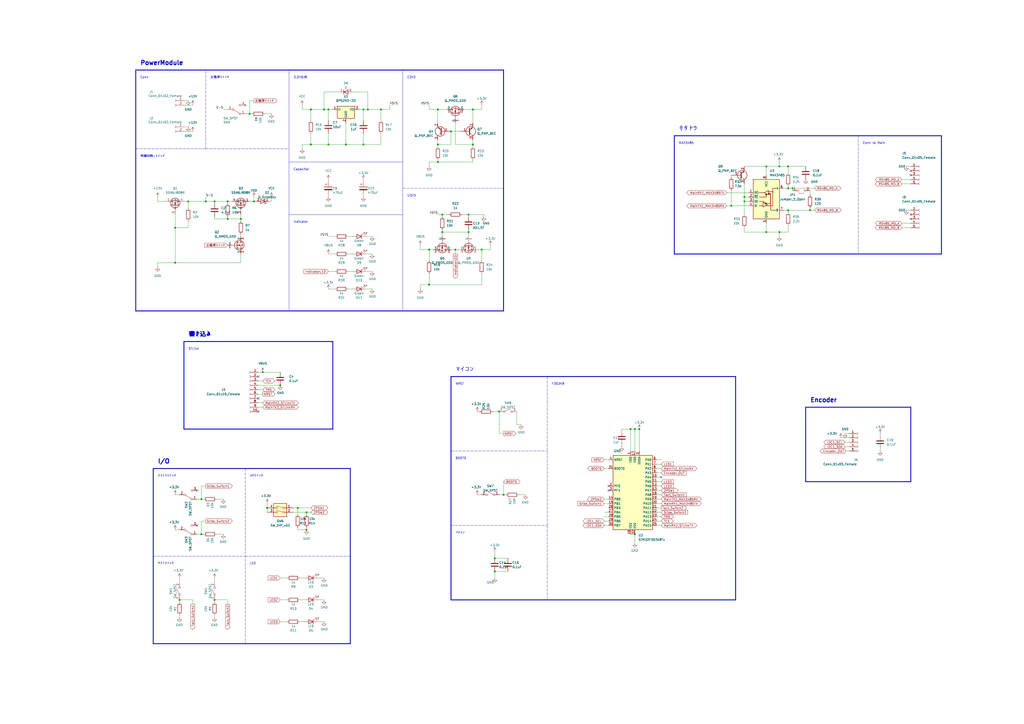
<source format=kicad_sch>
(kicad_sch (version 20211123) (generator eeschema)
  (paper "A2")
  (junction (at 132.08 127))
  (junction (at 180.34 63.5))
  (junction (at 132.08 116.84))
  (junction (at 116.84 309.88))
  (junction (at 248.92 144.78))
  (junction (at 124.46 347.98))
  (junction (at 139.7 127))
  (junction (at 256.54 134.62))
  (junction (at 370.84 248.92))
  (junction (at 162.56 223.52))
  (junction (at 177.8 307.34))
  (junction (at 152.4 215.9))
  (junction (at 116.84 289.56))
  (junction (at 200.66 83.82))
  (junction (at 104.14 347.98))
  (junction (at 180.34 83.82))
  (junction (at 271.78 134.62))
  (junction (at 172.72 294.64))
  (junction (at 368.3 248.92))
  (junction (at 213.36 63.5))
  (junction (at 444.5 96.52))
  (junction (at 190.5 63.5))
  (junction (at 287.02 323.85))
  (junction (at 457.2 109.22))
  (junction (at 287.02 331.47))
  (junction (at 220.98 63.5))
  (junction (at 264.16 144.78))
  (junction (at 274.32 83.82))
  (junction (at 289.56 238.76))
  (junction (at 190.5 83.82))
  (junction (at 365.76 248.92))
  (junction (at 292.1 287.02))
  (junction (at 254 83.82))
  (junction (at 210.82 63.5))
  (junction (at 119.38 116.84))
  (junction (at 368.3 309.88))
  (junction (at 124.46 116.84))
  (junction (at 457.2 121.92))
  (junction (at 101.6 152.4))
  (junction (at 469.9 121.92))
  (junction (at 248.92 165.1))
  (junction (at 254 93.98))
  (junction (at 279.4 144.78))
  (junction (at 187.96 63.5))
  (junction (at 109.22 116.84))
  (junction (at 452.12 96.52))
  (junction (at 457.2 96.52))
  (junction (at 424.18 119.38))
  (junction (at 154.94 294.64))
  (junction (at 452.12 134.62))
  (junction (at 261.62 76.2))
  (junction (at 256.54 124.46))
  (junction (at 271.78 124.46))
  (junction (at 147.32 116.84))
  (junction (at 274.32 63.5))
  (junction (at 254 63.5))
  (junction (at 210.82 83.82))
  (junction (at 144.78 66.04))
  (junction (at 431.8 114.3))
  (junction (at 431.8 116.84))
  (junction (at 444.5 134.62))
  (junction (at 101.6 132.08))
  (junction (at 177.8 297.18))
  (junction (at 459.74 109.22))
  (no_connect (at 149.86 231.14))
  (no_connect (at 353.06 281.94))
  (no_connect (at 114.3 284.48))
  (no_connect (at 383.54 276.86))
  (no_connect (at 528.32 127))
  (no_connect (at 528.32 99.06))
  (no_connect (at 142.24 60.96))
  (no_connect (at 149.86 238.76))
  (no_connect (at 149.86 218.44))
  (no_connect (at 353.06 284.48))
  (no_connect (at 114.3 304.8))
  (no_connect (at 528.32 124.46))
  (no_connect (at 528.32 101.6))
  (polyline (pts (xy 426.72 347.98) (xy 426.72 218.44)) (stroke (width 0.5) (type solid)))
  (wire (pts (xy 184.15 360.68) (xy 187.96 360.68)))
  (wire (pts (xy 124.46 127) (xy 132.08 127)))
  (wire (pts (xy 190.5 63.5) (xy 193.04 63.5)))
  (wire (pts (xy 431.8 96.52) (xy 444.5 96.52)))
  (wire (pts (xy 210.82 83.82) (xy 220.98 83.82)))
  (polyline (pts (xy 119.38 86.36) (xy 119.38 40.64)))
  (wire (pts (xy 261.62 144.78) (xy 264.16 144.78)))
  (wire (pts (xy 204.47 53.34) (xy 213.36 53.34)))
  (polyline (pts (xy 142.24 271.78) (xy 142.24 373.38)))
  (wire (pts (xy 190.5 147.32) (xy 194.31 147.32)))
  (wire (pts (xy 190.5 63.5) (xy 190.5 69.85)))
  (wire (pts (xy 124.46 347.98) (xy 124.46 349.25)))
  (wire (pts (xy 190.5 77.47) (xy 190.5 83.82)))
  (wire (pts (xy 125.73 309.88) (xy 129.54 309.88)))
  (wire (pts (xy 490.22 251.46) (xy 492.76 251.46)))
  (wire (pts (xy 248.92 93.98) (xy 254 93.98)))
  (wire (pts (xy 173.99 360.68) (xy 176.53 360.68)))
  (wire (pts (xy 469.9 110.49) (xy 469.9 113.03)))
  (wire (pts (xy 153.67 66.04) (xy 157.48 66.04)))
  (wire (pts (xy 210.82 104.14) (xy 210.82 105.41)))
  (wire (pts (xy 248.92 63.5) (xy 254 63.5)))
  (wire (pts (xy 109.22 128.27) (xy 109.22 132.08)))
  (wire (pts (xy 248.92 144.78) (xy 243.84 144.78)))
  (wire (pts (xy 139.7 124.46) (xy 139.7 127)))
  (wire (pts (xy 454.66 109.22) (xy 457.2 109.22)))
  (wire (pts (xy 190.5 104.14) (xy 190.5 105.41)))
  (wire (pts (xy 124.46 116.84) (xy 132.08 116.84)))
  (wire (pts (xy 139.7 147.32) (xy 139.7 152.4)))
  (wire (pts (xy 280.67 124.46) (xy 280.67 125.73)))
  (polyline (pts (xy 233.68 93.98) (xy 233.68 180.34)) (stroke (width 0) (type solid)))
  (wire (pts (xy 116.84 289.56) (xy 118.11 289.56)))
  (wire (pts (xy 251.46 144.78) (xy 248.92 144.78)))
  (polyline (pts (xy 167.64 93.98) (xy 233.68 93.98)) (stroke (width 0) (type solid)))
  (wire (pts (xy 350.52 289.56) (xy 353.06 289.56)))
  (wire (pts (xy 162.56 360.68) (xy 166.37 360.68)))
  (polyline (pts (xy 261.62 347.98) (xy 426.72 347.98)) (stroke (width 0.5) (type solid)))
  (wire (pts (xy 256.54 134.62) (xy 256.54 137.16)))
  (wire (pts (xy 190.5 157.48) (xy 194.31 157.48)))
  (wire (pts (xy 381 294.64) (xy 383.54 294.64)))
  (wire (pts (xy 212.09 137.16) (xy 215.9 137.16)))
  (wire (pts (xy 350.52 292.1) (xy 353.06 292.1)))
  (wire (pts (xy 256.54 124.46) (xy 256.54 125.73)))
  (wire (pts (xy 381 276.86) (xy 383.54 276.86)))
  (wire (pts (xy 261.62 83.82) (xy 261.62 76.2)))
  (wire (pts (xy 212.09 147.32) (xy 215.9 147.32)))
  (polyline (pts (xy 88.9 373.38) (xy 203.2 373.38)) (stroke (width 0.5) (type solid)))
  (polyline (pts (xy 467.36 236.22) (xy 528.32 236.22)) (stroke (width 0.5) (type solid)))
  (wire (pts (xy 173.99 335.28) (xy 176.53 335.28)))
  (polyline (pts (xy 106.68 248.92) (xy 193.04 248.92)) (stroke (width 0.5) (type solid)))
  (wire (pts (xy 119.38 114.3) (xy 119.38 116.84)))
  (wire (pts (xy 104.14 347.98) (xy 104.14 349.25)))
  (wire (pts (xy 256.54 133.35) (xy 256.54 134.62)))
  (wire (pts (xy 365.76 248.92) (xy 365.76 261.62)))
  (wire (pts (xy 201.93 157.48) (xy 204.47 157.48)))
  (wire (pts (xy 271.78 133.35) (xy 271.78 134.62)))
  (wire (pts (xy 287.02 323.85) (xy 294.64 323.85)))
  (wire (pts (xy 106.68 116.84) (xy 109.22 116.84)))
  (wire (pts (xy 424.18 119.38) (xy 434.34 119.38)))
  (wire (pts (xy 254 93.98) (xy 274.32 93.98)))
  (wire (pts (xy 299.72 238.76) (xy 299.72 246.38)))
  (wire (pts (xy 264.16 144.78) (xy 264.16 147.32)))
  (wire (pts (xy 287.02 320.04) (xy 287.02 323.85)))
  (wire (pts (xy 184.15 335.28) (xy 187.96 335.28)))
  (wire (pts (xy 431.8 114.3) (xy 431.8 116.84)))
  (wire (pts (xy 368.3 309.88) (xy 368.3 314.96)))
  (polyline (pts (xy 292.1 180.34) (xy 292.1 40.64)) (stroke (width 0.5) (type solid)))
  (polyline (pts (xy 78.74 40.64) (xy 78.74 180.34)) (stroke (width 0.5) (type solid)))
  (wire (pts (xy 187.96 63.5) (xy 190.5 63.5)))
  (wire (pts (xy 187.96 53.34) (xy 187.96 63.5)))
  (wire (pts (xy 350.52 299.72) (xy 353.06 299.72)))
  (polyline (pts (xy 391.16 147.32) (xy 391.16 78.74)) (stroke (width 0.5) (type solid)))
  (wire (pts (xy 243.84 165.1) (xy 248.92 165.1)))
  (wire (pts (xy 254 63.5) (xy 254 71.12)))
  (wire (pts (xy 264.16 144.78) (xy 266.7 144.78)))
  (polyline (pts (xy 193.04 198.12) (xy 106.68 198.12)) (stroke (width 0.5) (type solid)))
  (wire (pts (xy 444.5 96.52) (xy 452.12 96.52)))
  (wire (pts (xy 213.36 63.5) (xy 220.98 63.5)))
  (polyline (pts (xy 167.64 124.46) (xy 233.68 124.46)) (stroke (width 0) (type solid)))
  (wire (pts (xy 254 124.46) (xy 256.54 124.46)))
  (wire (pts (xy 180.34 63.5) (xy 187.96 63.5)))
  (wire (pts (xy 457.2 134.62) (xy 452.12 134.62)))
  (wire (pts (xy 457.2 130.81) (xy 457.2 134.62)))
  (wire (pts (xy 213.36 53.34) (xy 213.36 63.5)))
  (wire (pts (xy 452.12 96.52) (xy 452.12 93.98)))
  (wire (pts (xy 162.56 347.98) (xy 166.37 347.98)))
  (polyline (pts (xy 467.36 236.22) (xy 467.36 279.4)) (stroke (width 0.5) (type solid)))
  (wire (pts (xy 248.92 60.96) (xy 248.92 63.5)))
  (wire (pts (xy 220.98 63.5) (xy 226.06 63.5)))
  (polyline (pts (xy 261.62 218.44) (xy 261.62 347.98)) (stroke (width 0.5) (type solid)))
  (wire (pts (xy 177.8 307.34) (xy 172.72 307.34)))
  (wire (pts (xy 292.1 279.4) (xy 292.1 287.02)))
  (wire (pts (xy 144.78 116.84) (xy 147.32 116.84)))
  (wire (pts (xy 431.8 116.84) (xy 434.34 116.84)))
  (wire (pts (xy 132.08 127) (xy 139.7 127)))
  (wire (pts (xy 254 83.82) (xy 261.62 83.82)))
  (wire (pts (xy 279.4 144.78) (xy 279.4 151.13)))
  (wire (pts (xy 139.7 127) (xy 139.7 128.27)))
  (polyline (pts (xy 233.68 40.64) (xy 233.68 93.98)) (stroke (width 0) (type solid)))
  (wire (pts (xy 459.74 109.22) (xy 472.44 109.22)))
  (wire (pts (xy 175.26 83.82) (xy 180.34 83.82)))
  (wire (pts (xy 248.92 144.78) (xy 248.92 151.13)))
  (wire (pts (xy 289.56 287.02) (xy 292.1 287.02)))
  (polyline (pts (xy 88.9 271.78) (xy 203.2 271.78)) (stroke (width 0.5) (type solid)))
  (polyline (pts (xy 78.74 40.64) (xy 292.1 40.64)) (stroke (width 0.5) (type solid)))
  (wire (pts (xy 91.44 152.4) (xy 91.44 154.94)))
  (wire (pts (xy 149.86 215.9) (xy 152.4 215.9)))
  (wire (pts (xy 187.96 53.34) (xy 196.85 53.34)))
  (wire (pts (xy 279.4 158.75) (xy 279.4 165.1)))
  (wire (pts (xy 457.2 121.92) (xy 469.9 121.92)))
  (polyline (pts (xy 193.04 248.92) (xy 193.04 198.12)) (stroke (width 0.5) (type solid)))
  (wire (pts (xy 431.8 134.62) (xy 444.5 134.62)))
  (wire (pts (xy 381 304.8) (xy 383.54 304.8)))
  (wire (pts (xy 381 302.26) (xy 383.54 302.26)))
  (wire (pts (xy 109.22 116.84) (xy 109.22 120.65)))
  (wire (pts (xy 528.32 121.92) (xy 525.78 121.92)))
  (wire (pts (xy 368.3 248.92) (xy 370.84 248.92)))
  (wire (pts (xy 212.09 157.48) (xy 215.9 157.48)))
  (wire (pts (xy 256.54 124.46) (xy 260.35 124.46)))
  (wire (pts (xy 149.86 220.98) (xy 152.4 220.98)))
  (wire (pts (xy 381 271.78) (xy 383.54 271.78)))
  (wire (pts (xy 381 281.94) (xy 383.54 281.94)))
  (wire (pts (xy 292.1 287.02) (xy 293.37 287.02)))
  (polyline (pts (xy 261.62 304.8) (xy 317.5 304.8)))
  (wire (pts (xy 353.06 266.7) (xy 350.52 266.7)))
  (wire (pts (xy 210.82 113.03) (xy 210.82 114.3)))
  (wire (pts (xy 381 297.18) (xy 383.54 297.18)))
  (wire (pts (xy 271.78 124.46) (xy 271.78 125.73)))
  (wire (pts (xy 104.14 335.28) (xy 104.14 337.82)))
  (polyline (pts (xy 317.5 304.8) (xy 317.5 347.98)))
  (wire (pts (xy 457.2 96.52) (xy 457.2 100.33)))
  (polyline (pts (xy 261.62 261.62) (xy 317.5 261.62)))
  (polyline (pts (xy 233.68 109.22) (xy 292.1 109.22)))
  (wire (pts (xy 267.97 124.46) (xy 271.78 124.46)))
  (wire (pts (xy 132.08 347.98) (xy 124.46 347.98)))
  (polyline (pts (xy 391.16 78.74) (xy 546.1 78.74)) (stroke (width 0.5) (type solid)))
  (wire (pts (xy 172.72 307.34) (xy 172.72 306.07)))
  (wire (pts (xy 101.6 287.02) (xy 104.14 287.02)))
  (wire (pts (xy 210.82 63.5) (xy 210.82 69.85)))
  (wire (pts (xy 132.08 116.84) (xy 134.62 116.84)))
  (wire (pts (xy 139.7 135.89) (xy 139.7 137.16)))
  (wire (pts (xy 212.09 167.64) (xy 215.9 167.64)))
  (wire (pts (xy 254 81.28) (xy 254 83.82)))
  (wire (pts (xy 210.82 63.5) (xy 213.36 63.5)))
  (polyline (pts (xy 88.9 322.58) (xy 142.24 322.58)))
  (wire (pts (xy 381 299.72) (xy 383.54 299.72)))
  (wire (pts (xy 490.22 261.62) (xy 492.76 261.62)))
  (wire (pts (xy 149.86 236.22) (xy 152.4 236.22)))
  (wire (pts (xy 91.44 114.3) (xy 91.44 116.84)))
  (wire (pts (xy 200.66 71.12) (xy 200.66 83.82)))
  (wire (pts (xy 154.94 292.1) (xy 154.94 294.64)))
  (wire (pts (xy 119.38 281.94) (xy 116.84 281.94)))
  (wire (pts (xy 452.12 134.62) (xy 452.12 137.16)))
  (wire (pts (xy 144.78 66.04) (xy 146.05 66.04)))
  (wire (pts (xy 254 92.71) (xy 254 93.98)))
  (polyline (pts (xy 119.38 86.36) (xy 167.64 86.36)))
  (wire (pts (xy 119.38 302.26) (xy 116.84 302.26)))
  (wire (pts (xy 180.34 83.82) (xy 190.5 83.82)))
  (wire (pts (xy 381 274.32) (xy 383.54 274.32)))
  (wire (pts (xy 360.68 248.92) (xy 365.76 248.92)))
  (wire (pts (xy 285.75 238.76) (xy 289.56 238.76)))
  (wire (pts (xy 170.18 297.18) (xy 177.8 297.18)))
  (wire (pts (xy 144.78 58.42) (xy 144.78 66.04)))
  (polyline (pts (xy 546.1 78.74) (xy 546.1 147.32)) (stroke (width 0.5) (type solid)))
  (wire (pts (xy 271.78 134.62) (xy 271.78 137.16)))
  (wire (pts (xy 365.76 309.88) (xy 368.3 309.88)))
  (wire (pts (xy 248.92 165.1) (xy 279.4 165.1)))
  (polyline (pts (xy 467.36 279.4) (xy 528.32 279.4)) (stroke (width 0.5) (type solid)))
  (wire (pts (xy 190.5 113.03) (xy 190.5 114.3)))
  (wire (pts (xy 106.68 76.2) (xy 111.76 76.2)))
  (wire (pts (xy 149.86 228.6) (xy 152.4 228.6)))
  (wire (pts (xy 457.2 109.22) (xy 459.74 109.22)))
  (wire (pts (xy 243.84 144.78) (xy 243.84 142.24)))
  (polyline (pts (xy 78.74 86.36) (xy 119.38 86.36)))
  (wire (pts (xy 177.8 297.18) (xy 180.34 297.18)))
  (wire (pts (xy 510.54 260.35) (xy 510.54 261.62)))
  (wire (pts (xy 350.52 297.18) (xy 353.06 297.18)))
  (wire (pts (xy 292.1 251.46) (xy 289.56 251.46)))
  (polyline (pts (xy 391.16 147.32) (xy 546.1 147.32)) (stroke (width 0.5) (type solid)))
  (wire (pts (xy 149.86 226.06) (xy 152.4 226.06)))
  (wire (pts (xy 381 287.02) (xy 383.54 287.02)))
  (wire (pts (xy 173.99 347.98) (xy 176.53 347.98)))
  (wire (pts (xy 101.6 152.4) (xy 139.7 152.4)))
  (wire (pts (xy 459.74 109.22) (xy 459.74 110.49)))
  (polyline (pts (xy 106.68 198.12) (xy 106.68 248.92)) (stroke (width 0.5) (type solid)))
  (wire (pts (xy 162.56 335.28) (xy 166.37 335.28)))
  (wire (pts (xy 201.93 147.32) (xy 204.47 147.32)))
  (wire (pts (xy 431.8 114.3) (xy 434.34 114.3)))
  (wire (pts (xy 210.82 77.47) (xy 210.82 83.82)))
  (wire (pts (xy 190.5 137.16) (xy 194.31 137.16)))
  (wire (pts (xy 129.54 63.5) (xy 132.08 63.5)))
  (wire (pts (xy 457.2 96.52) (xy 467.36 96.52)))
  (wire (pts (xy 274.32 63.5) (xy 279.4 63.5)))
  (wire (pts (xy 523.24 132.08) (xy 528.32 132.08)))
  (wire (pts (xy 111.76 347.98) (xy 111.76 350.52)))
  (wire (pts (xy 147.32 58.42) (xy 144.78 58.42)))
  (wire (pts (xy 424.18 101.6) (xy 424.18 102.87)))
  (wire (pts (xy 220.98 77.47) (xy 220.98 83.82)))
  (wire (pts (xy 360.68 257.81) (xy 360.68 259.08)))
  (wire (pts (xy 360.68 250.19) (xy 360.68 248.92)))
  (wire (pts (xy 274.32 71.12) (xy 274.32 63.5)))
  (wire (pts (xy 226.06 60.96) (xy 226.06 63.5)))
  (wire (pts (xy 156.21 116.84) (xy 157.48 116.84)))
  (polyline (pts (xy 261.62 218.44) (xy 426.72 218.44)) (stroke (width 0.5) (type solid)))
  (wire (pts (xy 381 266.7) (xy 383.54 266.7)))
  (wire (pts (xy 490.22 256.54) (xy 492.76 256.54)))
  (polyline (pts (xy 88.9 271.78) (xy 88.9 373.38)) (stroke (width 0.5) (type solid)))
  (polyline (pts (xy 528.32 279.4) (xy 528.32 236.22)) (stroke (width 0.5) (type solid)))
  (wire (pts (xy 287.02 331.47) (xy 287.02 335.28)))
  (wire (pts (xy 147.32 116.84) (xy 148.59 116.84)))
  (wire (pts (xy 101.6 124.46) (xy 101.6 132.08)))
  (wire (pts (xy 119.38 116.84) (xy 124.46 116.84)))
  (wire (pts (xy 294.64 331.47) (xy 287.02 331.47)))
  (wire (pts (xy 132.08 347.98) (xy 132.08 350.52)))
  (wire (pts (xy 147.32 114.3) (xy 147.32 116.84)))
  (polyline (pts (xy 317.5 218.44) (xy 317.5 304.8)))
  (wire (pts (xy 106.68 58.42) (xy 109.22 58.42)))
  (wire (pts (xy 421.64 111.76) (xy 434.34 111.76)))
  (wire (pts (xy 274.32 81.28) (xy 274.32 83.82)))
  (wire (pts (xy 271.78 124.46) (xy 280.67 124.46)))
  (polyline (pts (xy 142.24 322.58) (xy 203.2 322.58)))
  (wire (pts (xy 276.86 238.76) (xy 278.13 238.76)))
  (wire (pts (xy 269.24 63.5) (xy 274.32 63.5)))
  (wire (pts (xy 444.5 96.52) (xy 444.5 101.6)))
  (wire (pts (xy 91.44 116.84) (xy 96.52 116.84)))
  (wire (pts (xy 184.15 347.98) (xy 187.96 347.98)))
  (wire (pts (xy 157.48 114.3) (xy 157.48 116.84)))
  (wire (pts (xy 201.93 167.64) (xy 204.47 167.64)))
  (wire (pts (xy 149.86 223.52) (xy 162.56 223.52)))
  (wire (pts (xy 469.9 120.65) (xy 469.9 121.92)))
  (wire (pts (xy 114.3 289.56) (xy 116.84 289.56)))
  (wire (pts (xy 276.86 144.78) (xy 279.4 144.78)))
  (wire (pts (xy 243.84 167.64) (xy 243.84 165.1)))
  (wire (pts (xy 124.46 125.73) (xy 124.46 127)))
  (wire (pts (xy 149.86 233.68) (xy 152.4 233.68)))
  (wire (pts (xy 124.46 335.28) (xy 124.46 337.82)))
  (wire (pts (xy 528.32 96.52) (xy 525.78 96.52)))
  (wire (pts (xy 109.22 116.84) (xy 119.38 116.84)))
  (wire (pts (xy 124.46 116.84) (xy 124.46 118.11)))
  (wire (pts (xy 452.12 134.62) (xy 444.5 134.62)))
  (wire (pts (xy 256.54 134.62) (xy 271.78 134.62)))
  (wire (pts (xy 444.5 129.54) (xy 444.5 134.62)))
  (wire (pts (xy 177.8 307.34) (xy 177.8 306.07)))
  (wire (pts (xy 106.68 73.66) (xy 109.22 73.66)))
  (wire (pts (xy 180.34 77.47) (xy 180.34 83.82)))
  (wire (pts (xy 106.68 60.96) (xy 111.76 60.96)))
  (wire (pts (xy 276.86 287.02) (xy 279.4 287.02)))
  (wire (pts (xy 264.16 71.12) (xy 264.16 83.82)))
  (polyline (pts (xy 497.84 78.74) (xy 497.84 147.32)))
  (wire (pts (xy 523.24 129.54) (xy 528.32 129.54)))
  (wire (pts (xy 101.6 152.4) (xy 91.44 152.4)))
  (wire (pts (xy 487.68 254) (xy 492.76 254)))
  (wire (pts (xy 284.48 144.78) (xy 279.4 144.78)))
  (wire (pts (xy 177.8 298.45) (xy 177.8 297.18)))
  (wire (pts (xy 264.16 83.82) (xy 274.32 83.82)))
  (wire (pts (xy 172.72 294.64) (xy 172.72 298.45)))
  (wire (pts (xy 101.6 132.08) (xy 101.6 152.4)))
  (wire (pts (xy 365.76 248.92) (xy 368.3 248.92)))
  (wire (pts (xy 109.22 132.08) (xy 101.6 132.08)))
  (wire (pts (xy 175.26 63.5) (xy 180.34 63.5)))
  (wire (pts (xy 300.99 287.02) (xy 304.8 287.02)))
  (wire (pts (xy 190.5 83.82) (xy 200.66 83.82)))
  (wire (pts (xy 274.32 92.71) (xy 274.32 93.98)))
  (wire (pts (xy 132.08 125.73) (xy 132.08 127)))
  (wire (pts (xy 254 83.82) (xy 254 85.09)))
  (wire (pts (xy 523.24 104.14) (xy 528.32 104.14)))
  (wire (pts (xy 116.84 302.26) (xy 116.84 309.88)))
  (wire (pts (xy 261.62 76.2) (xy 266.7 76.2)))
  (wire (pts (xy 190.5 167.64) (xy 194.31 167.64)))
  (wire (pts (xy 457.2 107.95) (xy 457.2 109.22)))
  (wire (pts (xy 381 292.1) (xy 383.54 292.1)))
  (wire (pts (xy 124.46 356.87) (xy 124.46 358.14)))
  (wire (pts (xy 220.98 63.5) (xy 220.98 69.85)))
  (wire (pts (xy 370.84 248.92) (xy 370.84 261.62)))
  (wire (pts (xy 154.94 294.64) (xy 154.94 297.18)))
  (wire (pts (xy 279.4 60.96) (xy 279.4 63.5)))
  (wire (pts (xy 523.24 106.68) (xy 528.32 106.68)))
  (polyline (pts (xy 78.74 180.34) (xy 292.1 180.34)) (stroke (width 0.5) (type solid)))
  (wire (pts (xy 116.84 281.94) (xy 116.84 289.56)))
  (wire (pts (xy 175.26 83.82) (xy 175.26 86.36)))
  (wire (pts (xy 381 269.24) (xy 383.54 269.24)))
  (wire (pts (xy 114.3 309.88) (xy 116.84 309.88)))
  (wire (pts (xy 510.54 251.46) (xy 510.54 252.73)))
  (wire (pts (xy 259.08 63.5) (xy 254 63.5)))
  (wire (pts (xy 431.8 106.68) (xy 431.8 114.3)))
  (wire (pts (xy 170.18 294.64) (xy 172.72 294.64)))
  (polyline (pts (xy 167.64 40.64) (xy 167.64 180.34)) (stroke (width 0) (type solid)))
  (wire (pts (xy 350.52 302.26) (xy 353.06 302.26)))
  (wire (pts (xy 368.3 261.62) (xy 368.3 248.92)))
  (wire (pts (xy 175.26 60.96) (xy 175.26 63.5)))
  (wire (pts (xy 381 289.56) (xy 383.54 289.56)))
  (wire (pts (xy 454.66 121.92) (xy 457.2 121.92)))
  (wire (pts (xy 248.92 158.75) (xy 248.92 165.1)))
  (wire (pts (xy 132.08 116.84) (xy 132.08 118.11)))
  (wire (pts (xy 289.56 238.76) (xy 289.56 251.46)))
  (wire (pts (xy 431.8 116.84) (xy 431.8 124.46)))
  (wire (pts (xy 101.6 307.34) (xy 104.14 307.34)))
  (wire (pts (xy 116.84 309.88) (xy 118.11 309.88)))
  (wire (pts (xy 172.72 294.64) (xy 180.34 294.64)))
  (wire (pts (xy 350.52 271.78) (xy 353.06 271.78)))
  (wire (pts (xy 111.76 347.98) (xy 104.14 347.98)))
  (wire (pts (xy 274.32 83.82) (xy 274.32 85.09)))
  (wire (pts (xy 424.18 110.49) (xy 424.18 119.38)))
  (wire (pts (xy 208.28 63.5) (xy 210.82 63.5)))
  (wire (pts (xy 104.14 356.87) (xy 104.14 358.14)))
  (wire (pts (xy 142.24 66.04) (xy 144.78 66.04)))
  (wire (pts (xy 299.72 246.38) (xy 302.26 246.38)))
  (wire (pts (xy 457.2 121.92) (xy 457.2 123.19)))
  (wire (pts (xy 381 279.4) (xy 383.54 279.4)))
  (wire (pts (xy 421.64 119.38) (xy 424.18 119.38)))
  (wire (pts (xy 201.93 137.16) (xy 204.47 137.16)))
  (wire (pts (xy 381 284.48) (xy 383.54 284.48)))
  (wire (pts (xy 350.52 304.8) (xy 353.06 304.8)))
  (wire (pts (xy 152.4 215.9) (xy 162.56 215.9)))
  (polyline (pts (xy 203.2 373.38) (xy 203.2 271.78)) (stroke (width 0.5) (type solid)))
  (wire (pts (xy 452.12 96.52) (xy 457.2 96.52)))
  (wire (pts (xy 200.66 83.82) (xy 210.82 83.82)))
  (wire (pts (xy 248.92 93.98) (xy 248.92 96.52)))
  (wire (pts (xy 490.22 259.08) (xy 492.76 259.08)))
  (wire (pts (xy 180.34 63.5) (xy 180.34 69.85)))
  (wire (pts (xy 284.48 142.24) (xy 284.48 144.78)))
  (wire (pts (xy 431.8 132.08) (xy 431.8 134.62)))
  (wire (pts (xy 125.73 289.56) (xy 129.54 289.56)))
  (wire (pts (xy 469.9 121.92) (xy 472.44 121.92)))
  (text "Conn to Main" (at 500.38 83.82 0) (effects (font (size 1.27 1.27)) (justify left bottom)))
  (text "保護回路・スイッチ" (at 81.28 91.44 0) (effects (font (size 1.27 1.27)) (justify left bottom)))
  (text "タクトスイッチ" (at 91.44 327.66 0) (effects (font (size 1.27 1.27)) (justify left bottom)))
  (text "LED" (at 144.78 327.66 0) (effects (font (size 1.27 1.27)) (justify left bottom)))
  (text "I/O" (at 91.44 269.24 0) (effects (font (size 2.54 2.54) (thickness 0.508) bold) (justify left bottom)))
  (text "モタドラ" (at 393.7 76.2 0) (effects (font (size 2.54 2.54) (thickness 0.254) bold) (justify left bottom)))
  (text "STLink" (at 109.22 203.2 0) (effects (font (size 1.27 1.27)) (justify left bottom)))
  (text "スライドスイッチ" (at 91.44 276.86 0) (effects (font (size 1.27 1.27)) (justify left bottom)))
  (text "3.3V生成" (at 170.18 45.72 0) (effects (font (size 1.27 1.27)) (justify left bottom)))
  (text "F303K8" (at 320.04 223.52 0) (effects (font (size 1.27 1.27)) (justify left bottom)))
  (text "書き込み" (at 109.22 195.58 0) (effects (font (size 2.54 2.54) (thickness 0.508) bold) (justify left bottom)))
  (text "NRST" (at 264.16 223.52 0) (effects (font (size 1.27 1.27)) (justify left bottom)))
  (text "Capacitor" (at 170.18 99.06 0) (effects (font (size 1.27 1.27)) (justify left bottom)))
  (text "BOOT0" (at 264.16 266.7 0) (effects (font (size 1.27 1.27)) (justify left bottom)))
  (text "Conn" (at 81.28 45.72 0) (effects (font (size 1.27 1.27)) (justify left bottom)))
  (text "Encoder" (at 469.9 233.68 0) (effects (font (size 2.54 2.54) (thickness 0.508) bold) (justify left bottom)))
  (text "PowerModule" (at 81.28 38.1 0) (effects (font (size 2.54 2.54) (thickness 0.508) bold) (justify left bottom)))
  (text "E3V3" (at 236.22 45.72 0) (effects (font (size 1.27 1.27)) (justify left bottom)))
  (text "U3V3" (at 236.22 114.3 0) (effects (font (size 1.27 1.27)) (justify left bottom)))
  (text "パスコン" (at 264.16 309.88 0) (effects (font (size 1.27 1.27)) (justify left bottom)))
  (text "Indicator" (at 170.18 129.54 0) (effects (font (size 1.27 1.27)) (justify left bottom)))
  (text "4Pスイッチ" (at 144.78 276.86 0) (effects (font (size 1.27 1.27)) (justify left bottom)))
  (text "マイコン" (at 264.16 215.9 0) (effects (font (size 2.54 2.54) (thickness 0.254) bold) (justify left bottom)))
  (text "MAX3485" (at 393.7 83.82 0) (effects (font (size 1.27 1.27)) (justify left bottom)))
  (text "主電源スイッチ" (at 121.92 45.72 0) (effects (font (size 1.27 1.27)) (justify left bottom)))
  (label "S-S" (at 119.38 114.3 0))
  (label "VSYS" (at 226.06 60.96 0))
  (label "VSYS" (at 190.5 137.16 180))
  (label "S-S" (at 129.54 63.5 180))
  (label "VSYS" (at 248.92 60.96 180))
  (label "VSYS" (at 254 124.46 180))
  (global_label "MainTX2_STLinkRX" (shape bidirectional) (at 152.4 236.22 0) (property "Intersheet References" "${INTERSHEET_REFS}" (effects hide)))
  (global_label "MainTX1_MAX3485RX" (shape bidirectional) (at 383.54 289.56 0) (property "Intersheet References" "${INTERSHEET_REFS}" (effects hide)))
  (global_label "RS485_MD_A" (shape bidirectional) (at 472.44 109.22 0) (property "Intersheet References" "${INTERSHEET_REFS}" (effects hide)))
  (global_label "2PSW1" (shape bidirectional) (at 180.34 294.64 0) (property "Intersheet References" "${INTERSHEET_REFS}" (effects hide)))
  (global_label "I2C1_SCL" (shape bidirectional) (at 350.52 302.26 180) (property "Intersheet References" "${INTERSHEET_REFS}" (effects hide)))
  (global_label "BOOT0" (shape bidirectional) (at 350.52 271.78 180) (property "Intersheet References" "${INTERSHEET_REFS}" (effects hide)))
  (global_label "2PSW2" (shape bidirectional) (at 180.34 297.18 0) (property "Intersheet References" "${INTERSHEET_REFS}" (effects hide)))
  (global_label "TCK" (shape bidirectional) (at 383.54 302.26 0) (property "Intersheet References" "${INTERSHEET_REFS}" (effects hide)))
  (global_label "主電源スイッチ" (shape output) (at 147.32 58.42 0) (property "Intersheet References" "${INTERSHEET_REFS}" (effects hide)))
  (global_label "I2C1_SDA" (shape bidirectional) (at 350.52 304.8 180) (property "Intersheet References" "${INTERSHEET_REFS}" (effects hide)))
  (global_label "NRST" (shape output) (at 292.1 251.46 0) (property "Intersheet References" "${INTERSHEET_REFS}" (effects hide)))
  (global_label "RS485_MD_B" (shape bidirectional) (at 523.24 132.08 180) (property "Intersheet References" "${INTERSHEET_REFS}" (effects hide)))
  (global_label "Tact_Switch1" (shape input) (at 383.54 287.02 0) (property "Intersheet References" "${INTERSHEET_REFS}" (effects hide)))
  (global_label "Slide_Switch2" (shape output) (at 119.38 302.26 0) (property "Intersheet References" "${INTERSHEET_REFS}" (effects hide)))
  (global_label "I2C1_SCL" (shape bidirectional) (at 490.22 256.54 180) (property "Intersheet References" "${INTERSHEET_REFS}" (effects hide)))
  (global_label "LED3" (shape input) (at 162.56 360.68 180) (property "Intersheet References" "${INTERSHEET_REFS}" (effects hide)))
  (global_label "主電源スイッチ" (shape input) (at 132.08 142.24 180) (property "Intersheet References" "${INTERSHEET_REFS}" (effects hide)))
  (global_label "RS485_MD_B" (shape bidirectional) (at 523.24 106.68 180) (property "Intersheet References" "${INTERSHEET_REFS}" (effects hide)))
  (global_label "TCK" (shape bidirectional) (at 152.4 220.98 0) (property "Intersheet References" "${INTERSHEET_REFS}" (effects hide)))
  (global_label "TMS" (shape bidirectional) (at 152.4 226.06 0) (property "Intersheet References" "${INTERSHEET_REFS}" (effects hide)))
  (global_label "MainRX1_MAX3485TX" (shape bidirectional) (at 383.54 292.1 0) (property "Intersheet References" "${INTERSHEET_REFS}" (effects hide)))
  (global_label "Tact_Switch2" (shape output) (at 132.08 350.52 270) (property "Intersheet References" "${INTERSHEET_REFS}" (effects hide)))
  (global_label "LED3" (shape input) (at 383.54 281.94 0) (property "Intersheet References" "${INTERSHEET_REFS}" (effects hide)))
  (global_label "Tact_Switch2" (shape output) (at 383.54 294.64 0) (property "Intersheet References" "${INTERSHEET_REFS}" (effects hide)))
  (global_label "2PSW2" (shape bidirectional) (at 350.52 289.56 180) (property "Intersheet References" "${INTERSHEET_REFS}" (effects hide)))
  (global_label "Encoder_OUT" (shape output) (at 490.22 261.62 180) (property "Intersheet References" "${INTERSHEET_REFS}" (effects hide)))
  (global_label "MainTX2_STLinkRX" (shape bidirectional) (at 383.54 271.78 0) (property "Intersheet References" "${INTERSHEET_REFS}" (effects hide)))
  (global_label "2PSW1" (shape bidirectional) (at 383.54 284.48 0) (property "Intersheet References" "${INTERSHEET_REFS}" (effects hide)))
  (global_label "IndicatorLED" (shape input) (at 190.5 157.48 180) (property "Intersheet References" "${INTERSHEET_REFS}" (effects hide)))
  (global_label "MainRX2_STLinkTX" (shape bidirectional) (at 383.54 304.8 0) (property "Intersheet References" "${INTERSHEET_REFS}" (effects hide)))
  (global_label "MainRX1_MAX3485TX" (shape bidirectional) (at 421.64 111.76 180) (property "Intersheet References" "${INTERSHEET_REFS}" (effects hide)))
  (global_label "LED1" (shape input) (at 162.56 335.28 180) (property "Intersheet References" "${INTERSHEET_REFS}" (effects hide)))
  (global_label "IndicatorLED" (shape output) (at 264.16 147.32 270) (property "Intersheet References" "${INTERSHEET_REFS}" (effects hide)))
  (global_label "MainTX1_MAX3485RX" (shape bidirectional) (at 421.64 119.38 180) (property "Intersheet References" "${INTERSHEET_REFS}" (effects hide)))
  (global_label "Tact_Switch1" (shape output) (at 111.76 350.52 270) (property "Intersheet References" "${INTERSHEET_REFS}" (effects hide)))
  (global_label "MainRX2_STLinkTX" (shape bidirectional) (at 152.4 233.68 0) (property "Intersheet References" "${INTERSHEET_REFS}" (effects hide)))
  (global_label "Slide_Switch1" (shape output) (at 119.38 281.94 0) (property "Intersheet References" "${INTERSHEET_REFS}" (effects hide)))
  (global_label "BOOT0" (shape bidirectional) (at 292.1 279.4 0) (property "Intersheet References" "${INTERSHEET_REFS}" (effects hide)))
  (global_label "RS485_MD_A" (shape bidirectional) (at 523.24 104.14 180) (property "Intersheet References" "${INTERSHEET_REFS}" (effects hide)))
  (global_label "TMS" (shape bidirectional) (at 383.54 299.72 0) (property "Intersheet References" "${INTERSHEET_REFS}" (effects hide)))
  (global_label "NRST" (shape output) (at 152.4 228.6 0) (property "Intersheet References" "${INTERSHEET_REFS}" (effects hide)))
  (global_label "Slide_Switch2" (shape input) (at 383.54 297.18 0) (property "Intersheet References" "${INTERSHEET_REFS}" (effects hide)))
  (global_label "Encoder_OUT" (shape input) (at 383.54 274.32 0) (property "Intersheet References" "${INTERSHEET_REFS}" (effects hide)))
  (global_label "LED1" (shape input) (at 383.54 269.24 0) (property "Intersheet References" "${INTERSHEET_REFS}" (effects hide)))
  (global_label "RS485_MD_A" (shape bidirectional) (at 523.24 129.54 180) (property "Intersheet References" "${INTERSHEET_REFS}" (effects hide)))
  (global_label "NRST" (shape input) (at 350.52 266.7 180) (property "Intersheet References" "${INTERSHEET_REFS}" (effects hide)))
  (global_label "I2C1_SDA" (shape bidirectional) (at 490.22 259.08 180) (property "Intersheet References" "${INTERSHEET_REFS}" (effects hide)))
  (global_label "Slide_Switch1" (shape input) (at 350.52 292.1 180) (property "Intersheet References" "${INTERSHEET_REFS}" (effects hide)))
  (global_label "LED2" (shape input) (at 383.54 279.4 0) (property "Intersheet References" "${INTERSHEET_REFS}" (effects hide)))
  (global_label "LED2" (shape input) (at 162.56 347.98 180) (property "Intersheet References" "${INTERSHEET_REFS}" (effects hide)))
  (global_label "RS485_MD_B" (shape bidirectional) (at 472.44 121.92 0) (property "Intersheet References" "${INTERSHEET_REFS}" (effects hide)))
  (symbol (lib_id "Device:C") (at 467.36 100.33 0) (unit 1)
    (property "Reference" "C18" (at 471.424 99.0599 0) (effects (justify left)))
    (property "Value" "0.1uF" (at 471.424 101.5999 0) (effects (justify left)))
    (property "Footprint" "Capacitor_SMD:C_0402_1005Metric" (effects hide))
  )
  (symbol (lib_id "power:GND") (at 368.3 314.96 0) (mirror y) (unit 1)
    (property "Reference" "#PWR0134" (effects hide))
    (property "Value" "GND" (at 368.173 319.3542 0))
  )
  (symbol (lib_id "power:+3.3V") (at 154.94 292.1 0) (unit 1)
    (property "Reference" "#PWR0138" (effects hide))
    (property "Value" "+3.3V" (at 154.305 287.655 0))
  )
  (symbol (lib_id "Switch:SW_SPST") (at 294.64 238.76 0) (unit 1)
    (property "Reference" "SW8" (at 294.64 233.68 0))
    (property "Value" "SW_SPST" (at 294.64 236.22 0))
    (property "Footprint" "Button_Switch_SMD:SW_SPST_Omron_B3FS-100xP" (effects hide))
  )
  (symbol (lib_id "power:GND") (at 248.92 96.52 0) (unit 1)
    (property "Reference" "#PWR0133" (effects hide))
    (property "Value" "GND" (at 248.92 101.6 0))
  )
  (symbol (lib_id "Device:R") (at 124.46 353.06 0) (mirror x) (unit 1)
    (property "Reference" "R5" (at 121.92 353.06 90))
    (property "Value" "10k" (at 119.38 353.06 90))
    (property "Footprint" "Resistor_SMD:R_0402_1005Metric" (effects hide))
  )
  (symbol (lib_id "Device:R") (at 457.2 127 0) (unit 1)
    (property "Reference" "R35" (at 459.74 125.7299 0) (effects (justify left)))
    (property "Value" "2.2k" (at 459.74 128.2699 0) (effects (justify left)))
    (property "Footprint" "Resistor_SMD:R_0402_1005Metric" (effects hide))
  )
  (symbol (lib_id "power:GND") (at 215.9 167.64 0) (mirror y) (unit 1)
    (property "Reference" "#PWR0102" (effects hide))
    (property "Value" "GND" (at 216.0905 171.9707 0))
  )
  (symbol (lib_id "power:GND") (at 177.8 307.34 0) (unit 1)
    (property "Reference" "#PWR0140" (effects hide))
    (property "Value" "GND" (at 177.8 312.42 0))
  )
  (symbol (lib_id "Device:R") (at 297.18 287.02 90) (mirror x) (unit 1)
    (property "Reference" "R27" (at 296.0116 288.798 0) (effects (justify left)))
    (property "Value" "10k" (at 298.323 288.798 0) (effects (justify left)))
    (property "Footprint" "Resistor_SMD:R_0402_1005Metric" (effects hide))
  )
  (symbol (lib_id "Switch:SW_SPDT") (at 109.22 287.02 0) (mirror x) (unit 1)
    (property "Reference" "SW2" (at 108.0516 290.7792 90) (effects (justify left)))
    (property "Value" "SW_SPDT" (at 110.363 290.7792 90) (effects (justify left)))
    (property "Footprint" "Slide_Switch:3P_SPDT_SlideSwitch" (effects hide))
  )
  (symbol (lib_id "Device:C") (at 210.82 73.66 0) (mirror y) (unit 1)
    (property "Reference" "C10" (at 207.01 72.3899 0) (effects (justify left)))
    (property "Value" "1uF" (at 207.01 74.9299 0) (effects (justify left)))
    (property "Footprint" "Capacitor_SMD:C_0402_1005Metric" (effects hide))
  )
  (symbol (lib_id "power:GND") (at 525.78 121.92 0) (mirror y) (unit 1)
    (property "Reference" "#PWR0159" (effects hide))
    (property "Value" "GND" (at 523.24 121.92 0))
  )
  (symbol (lib_id "Device:R") (at 170.18 335.28 270) (mirror x) (unit 1)
    (property "Reference" "R9" (at 170.18 340.36 90))
    (property "Value" "1k" (at 170.18 337.82 90))
    (property "Footprint" "Resistor_SMD:R_0402_1005Metric" (effects hide))
  )
  (symbol (lib_id "Device:R") (at 170.18 347.98 270) (mirror x) (unit 1)
    (property "Reference" "R10" (at 170.18 353.06 90))
    (property "Value" "1k" (at 170.18 350.52 90))
    (property "Footprint" "Resistor_SMD:R_0402_1005Metric" (effects hide))
  )
  (symbol (lib_id "Switch:SW_SPDT") (at 109.22 307.34 0) (mirror x) (unit 1)
    (property "Reference" "SW3" (at 108.0516 311.0992 90) (effects (justify left)))
    (property "Value" "SW_SPDT" (at 110.363 311.0992 90) (effects (justify left)))
    (property "Footprint" "Slide_Switch:3P_SPDT_SlideSwitch" (effects hide))
  )
  (symbol (lib_id "Device:R") (at 469.9 116.84 0) (unit 1)
    (property "Reference" "R36" (at 472.44 115.5699 0) (effects (justify left)))
    (property "Value" "120" (at 472.44 118.1099 0) (effects (justify left)))
    (property "Footprint" "Resistor_SMD:R_0402_1005Metric" (effects hide))
  )
  (symbol (lib_id "Device:D_Schottky") (at 152.4 116.84 180) (unit 1)
    (property "Reference" "D2" (at 154.94 111.76 0))
    (property "Value" "D_Schottky" (at 154.94 114.3 0))
    (property "Footprint" "Diode_SMD:D_SOD-123" (effects hide))
  )
  (symbol (lib_id "power:GND") (at 109.22 73.66 0) (unit 1)
    (property "Reference" "#PWR0122" (effects hide))
    (property "Value" "GND" (at 109.22 78.74 0))
  )
  (symbol (lib_id "power:GND") (at 452.12 137.16 0) (unit 1)
    (property "Reference" "#PWR0166" (effects hide))
    (property "Value" "GND" (at 452.12 142.24 0))
  )
  (symbol (lib_id "Device:R") (at 220.98 73.66 180) (unit 1)
    (property "Reference" "R17" (at 223.52 72.3899 0) (effects (justify right)))
    (property "Value" "10k" (at 223.52 74.9299 0) (effects (justify right)))
    (property "Footprint" "Resistor_SMD:R_0402_1005Metric" (effects hide))
  )
  (symbol (lib_id "power:GND") (at 104.14 358.14 0) (mirror y) (unit 1)
    (property "Reference" "#PWR0146" (effects hide))
    (property "Value" "GND" (at 104.013 362.5342 0))
  )
  (symbol (lib_id "power:GND") (at 525.78 96.52 0) (mirror y) (unit 1)
    (property "Reference" "#PWR0161" (effects hide))
    (property "Value" "GND" (at 523.24 96.52 0))
  )
  (symbol (lib_id "Device:LED") (at 180.34 360.68 180) (unit 1)
    (property "Reference" "D5" (at 180.34 365.76 0))
    (property "Value" "LED" (at 180.34 363.22 0))
    (property "Footprint" "LED_SMD:LED_0603_1608Metric_Pad1.05x0.95mm_HandSolder" (effects hide))
  )
  (symbol (lib_id "Device:LED") (at 208.28 167.64 180) (unit 1)
    (property "Reference" "D11" (at 208.28 172.72 0))
    (property "Value" "Green" (at 208.28 170.18 0))
    (property "Footprint" "LED_SMD:LED_0603_1608Metric_Pad1.05x0.95mm_HandSolder" (effects hide))
  )
  (symbol (lib_id "power:GND") (at 215.9 157.48 0) (mirror y) (unit 1)
    (property "Reference" "#PWR0126" (effects hide))
    (property "Value" "GND" (at 216.0905 161.8107 0))
  )
  (symbol (lib_id "power:VCC") (at 157.48 114.3 0) (unit 1)
    (property "Reference" "#PWR0109" (effects hide))
    (property "Value" "VCC" (at 157.48 109.22 0))
  )
  (symbol (lib_id "power:VCC") (at 175.26 60.96 0) (unit 1)
    (property "Reference" "#PWR0113" (effects hide))
    (property "Value" "VCC" (at 175.26 55.88 0))
  )
  (symbol (lib_name "Q_NMOS_GSD_1") (lib_id "Device:Q_NMOS_GSD") (at 137.16 142.24 0) (unit 1)
    (property "Reference" "Q2" (at 124.46 134.62 0) (effects (justify left)))
    (property "Value" "Q_NMOS_GSD" (at 124.46 137.16 0) (effects (justify left)))
    (property "Footprint" "Package_TO_SOT_SMD:SOT-23" (effects hide))
  )
  (symbol (lib_id "Device:C") (at 294.64 327.66 0) (unit 1)
    (property "Reference" "C16" (at 297.18 326.39 0) (effects (justify left)))
    (property "Value" "0.1uF" (at 297.18 328.93 0) (effects (justify left)))
    (property "Footprint" "Capacitor_SMD:C_0402_1005Metric" (effects hide))
  )
  (symbol (lib_id "power:VBUS") (at 190.5 147.32 0) (unit 1)
    (property "Reference" "#PWR0124" (effects hide))
    (property "Value" "VBUS" (at 190.5 142.24 0))
  )
  (symbol (lib_id "Device:C") (at 510.54 256.54 0) (unit 1)
    (property "Reference" "C19" (at 514.35 255.2699 0) (effects (justify left)))
    (property "Value" "0.1uF" (at 514.35 257.8099 0) (effects (justify left)))
    (property "Footprint" "Capacitor_SMD:C_0402_1005Metric" (effects hide))
  )
  (symbol (lib_id "power:VBUS") (at 243.84 142.24 0) (unit 1)
    (property "Reference" "#PWR0132" (effects hide))
    (property "Value" "VBUS" (at 243.84 137.16 0))
  )
  (symbol (lib_id "Device:R") (at 104.14 353.06 0) (mirror x) (unit 1)
    (property "Reference" "R1" (at 101.6 353.06 90))
    (property "Value" "10k" (at 99.06 353.06 90))
    (property "Footprint" "Resistor_SMD:R_0402_1005Metric" (effects hide))
  )
  (symbol (lib_id "power:GND") (at 243.84 167.64 0) (unit 1)
    (property "Reference" "#PWR0131" (effects hide))
    (property "Value" "GND" (at 243.84 172.72 0))
  )
  (symbol (lib_id "power:+3.3V") (at 284.48 142.24 0) (unit 1)
    (property "Reference" "#PWR0127" (effects hide))
    (property "Value" "+3.3V" (at 284.48 138.43 0))
  )
  (symbol (lib_id "power:GND") (at 215.9 137.16 0) (mirror y) (unit 1)
    (property "Reference" "#PWR0130" (effects hide))
    (property "Value" "GND" (at 216.0905 141.4907 0))
  )
  (symbol (lib_id "Device:R") (at 256.54 129.54 0) (unit 1)
    (property "Reference" "R21" (at 259.08 128.2699 0) (effects (justify left)))
    (property "Value" "10k" (at 259.08 130.8099 0) (effects (justify left)))
    (property "Footprint" "Resistor_SMD:R_0402_1005Metric" (effects hide))
  )
  (symbol (lib_id "Device:R") (at 431.8 128.27 0) (unit 1)
    (property "Reference" "R33" (at 425.45 127 0) (effects (justify left)))
    (property "Value" "20k" (at 425.45 129.54 0) (effects (justify left)))
    (property "Footprint" "Resistor_SMD:R_0402_1005Metric" (effects hide))
  )
  (symbol (lib_id "Device:R") (at 149.86 66.04 90) (mirror x) (unit 1)
    (property "Reference" "R8" (at 148.6916 67.818 0) (effects (justify left)))
    (property "Value" "10k" (at 151.003 67.818 0) (effects (justify left)))
    (property "Footprint" "Resistor_SMD:R_0402_1005Metric" (effects hide))
  )
  (symbol (lib_id "power:GND") (at 124.46 358.14 0) (mirror y) (unit 1)
    (property "Reference" "#PWR0147" (effects hide))
    (property "Value" "GND" (at 124.333 362.5342 0))
  )
  (symbol (lib_id "Device:C") (at 124.46 121.92 0) (unit 1)
    (property "Reference" "C2" (at 128.27 120.6499 0) (effects (justify left)))
    (property "Value" "4.7uF" (at 128.27 123.1899 0) (effects (justify left)))
    (property "Footprint" "Capacitor_SMD:C_0603_1608Metric" (effects hide))
  )
  (symbol (lib_id "Switch:SW_SPDT") (at 137.16 63.5 0) (mirror x) (unit 1)
    (property "Reference" "SW5" (at 129.54 70.8914 0) (effects (justify left)))
    (property "Value" "SW_SPDT" (at 129.54 68.58 0) (effects (justify left)))
    (property "Footprint" "Toggle_Switch:3P_SPDT_5Pin_ToggleSwitch" (effects hide))
  )
  (symbol (lib_id "Device:R") (at 248.92 154.94 180) (unit 1)
    (property "Reference" "R19" (at 251.46 153.6699 0) (effects (justify right)))
    (property "Value" "10k" (at 251.46 156.2099 0) (effects (justify right)))
    (property "Footprint" "Resistor_SMD:R_0402_1005Metric" (effects hide))
  )
  (symbol (lib_id "Device:R") (at 139.7 132.08 0) (unit 1)
    (property "Reference" "R7" (at 142.24 130.8099 0) (effects (justify left)))
    (property "Value" "1k" (at 142.24 133.3499 0) (effects (justify left)))
    (property "Footprint" "Resistor_SMD:R_0402_1005Metric" (effects hide))
  )
  (symbol (lib_id "Device:Q_PNP_BEC") (at 271.78 76.2 0) (mirror x) (unit 1)
    (property "Reference" "Q7" (at 276.86 74.9299 0) (effects (justify left)))
    (property "Value" "Q_PNP_BEC" (at 276.86 77.4699 0) (effects (justify left)))
    (property "Footprint" "Package_TO_SOT_SMD:SC-59_Handsoldering" (effects hide))
  )
  (symbol (lib_id "power:+3.3V") (at 101.6 307.34 0) (unit 1)
    (property "Reference" "#PWR0156" (effects hide))
    (property "Value" "+3.3V" (at 100.965 302.895 0))
  )
  (symbol (lib_id "Connector:Conn_01x05_Female") (at 533.4 127 0) (unit 1)
    (property "Reference" "J6" (at 523.24 114.3 0) (effects (justify left)))
    (property "Value" "Conn_01x05_Female" (at 523.24 116.84 0) (effects (justify left)))
    (property "Footprint" "Connector_Molex:Molex_SPOX_5268-05A_1x05_P2.50mm_Horizontal" (effects hide))
  )
  (symbol (lib_id "power:GND") (at 129.54 289.56 0) (mirror y) (unit 1)
    (property "Reference" "#PWR0153" (effects hide))
    (property "Value" "GND" (at 129.413 293.9542 0))
  )
  (symbol (lib_id "Device:R") (at 198.12 157.48 270) (mirror x) (unit 1)
    (property "Reference" "R30" (at 198.12 162.56 90))
    (property "Value" "1k" (at 198.12 160.02 90))
    (property "Footprint" "Resistor_SMD:R_0402_1005Metric" (effects hide))
  )
  (symbol (lib_id "Device:LED") (at 180.34 347.98 180) (unit 1)
    (property "Reference" "D4" (at 180.34 353.06 0))
    (property "Value" "LED" (at 180.34 350.52 0))
    (property "Footprint" "LED_SMD:LED_0603_1608Metric_Pad1.05x0.95mm_HandSolder" (effects hide))
  )
  (symbol (lib_id "power:+3.3V") (at 276.86 238.76 0) (unit 1)
    (property "Reference" "#PWR0151" (effects hide))
    (property "Value" "+3.3V" (at 276.225 234.315 0))
  )
  (symbol (lib_id "power:GND") (at 187.96 335.28 0) (mirror y) (unit 1)
    (property "Reference" "#PWR0137" (effects hide))
    (property "Value" "GND" (at 188.1505 339.6107 0))
  )
  (symbol (lib_id "power:+3.3V") (at 190.5 167.64 0) (unit 1)
    (property "Reference" "#PWR0128" (effects hide))
    (property "Value" "+3.3V" (at 190.5 163.83 0))
  )
  (symbol (lib_id "Device:R") (at 264.16 124.46 270) (unit 1)
    (property "Reference" "R22" (at 264.16 118.11 90))
    (property "Value" "1k" (at 264.16 120.65 90))
    (property "Footprint" "Resistor_SMD:R_0402_1005Metric" (effects hide))
  )
  (symbol (lib_id "Device:Q_PMOS_GSD") (at 264.16 66.04 90) (unit 1)
    (property "Reference" "Q6" (at 264.16 55.88 90))
    (property "Value" "Q_PMOS_GSD" (at 264.16 58.42 90))
    (property "Footprint" "Package_TO_SOT_SMD:SOT-23" (effects hide))
  )
  (symbol (lib_id "power:+3.3V") (at 210.82 104.14 0) (unit 1)
    (property "Reference" "#PWR0101" (effects hide))
    (property "Value" "+3.3V" (at 210.82 100.33 0))
  )
  (symbol (lib_id "Device:LED") (at 208.28 147.32 180) (unit 1)
    (property "Reference" "D9" (at 208.28 152.4 0))
    (property "Value" "Green" (at 208.28 149.86 0))
    (property "Footprint" "LED_SMD:LED_0603_1608Metric_Pad1.05x0.95mm_HandSolder" (effects hide))
  )
  (symbol (lib_id "Device:R") (at 424.18 106.68 0) (unit 1)
    (property "Reference" "R32" (at 426.085 105.4099 0) (effects (justify left)))
    (property "Value" "7.5k" (at 426.085 107.9499 0) (effects (justify left)))
    (property "Footprint" "Resistor_SMD:R_0603_1608Metric" (effects hide))
  )
  (symbol (lib_id "power:+3.3V") (at 452.12 93.98 0) (unit 1)
    (property "Reference" "#PWR0167" (effects hide))
    (property "Value" "+3.3V" (at 451.485 89.535 0))
  )
  (symbol (lib_name "PMN48XP_1") (lib_id "Transistor_FET:PMN48XP") (at 139.7 119.38 270) (mirror x) (unit 1)
    (property "Reference" "Q3" (at 139.7 109.22 90))
    (property "Value" "SSM6J808R" (at 139.7 111.76 90))
    (property "Footprint" "TSOP6F:SSM6J808R" (effects hide))
    (property "Datasheet" "https://assets.nexperia.com/documents/data-sheet/PMN48XP.pdf" (effects hide))
  )
  (symbol (lib_id "power:GND") (at 91.44 154.94 0) (unit 1)
    (property "Reference" "#PWR0118" (effects hide))
    (property "Value" "GND" (at 91.44 160.02 0))
  )
  (symbol (lib_id "Switch:SW_SPST") (at 124.46 342.9 90) (unit 1)
    (property "Reference" "SW4" (at 119.38 342.9 0))
    (property "Value" "SW_SPST" (at 121.92 342.9 0))
    (property "Footprint" "Button_Switch_SMD:SW_SPST_Omron_B3FS-100xP" (effects hide))
  )
  (symbol (lib_id "Switch:SW_SPST") (at 284.48 287.02 0) (mirror y) (unit 1)
    (property "Reference" "SW7" (at 284.48 281.94 0))
    (property "Value" "SW_SPST" (at 284.48 284.48 0))
    (property "Footprint" "Button_Switch_SMD:SW_SPST_Omron_B3FS-100xP" (effects hide))
  )
  (symbol (lib_id "Device:R") (at 121.92 309.88 90) (mirror x) (unit 1)
    (property "Reference" "R4" (at 120.7516 311.658 0) (effects (justify left)))
    (property "Value" "10k" (at 123.063 311.658 0) (effects (justify left)))
    (property "Footprint" "Resistor_SMD:R_0402_1005Metric" (effects hide))
  )
  (symbol (lib_id "Device:C_Polarized") (at 190.5 109.22 0) (unit 1)
    (property "Reference" "C6" (at 193.04 109.22 0) (effects (justify left)))
    (property "Value" "470uF" (at 193.04 111.76 0) (effects (justify left)))
    (property "Footprint" "Capacitor_SMD:C_Elec_8x10.2" (effects hide))
  )
  (symbol (lib_id "Device:C") (at 287.02 327.66 0) (unit 1)
    (property "Reference" "C14" (at 289.56 326.39 0) (effects (justify left)))
    (property "Value" "0.1uF" (at 289.56 328.93 0) (effects (justify left)))
    (property "Footprint" "Capacitor_SMD:C_0402_1005Metric" (effects hide))
  )
  (symbol (lib_id "Connector:Conn_01x10_Female") (at 144.78 226.06 0) (mirror y) (unit 1)
    (property "Reference" "J3" (at 129.54 226.06 0))
    (property "Value" "Conn_01x10_Female" (at 129.54 228.6 0))
    (property "Footprint" "Connector_IDC:IDC-Header_2x05_P2.54mm_Horizontal" (effects hide))
  )
  (symbol (lib_id "power:GND") (at 304.8 287.02 0) (mirror y) (unit 1)
    (property "Reference" "#PWR0150" (effects hide))
    (property "Value" "GND" (at 304.673 291.4142 0))
  )
  (symbol (lib_id "Device:R") (at 180.34 73.66 180) (unit 1)
    (property "Reference" "R15" (at 182.88 72.3899 0) (effects (justify right)))
    (property "Value" "10k" (at 182.88 74.9299 0) (effects (justify right)))
    (property "Footprint" "Resistor_SMD:R_0402_1005Metric" (effects hide))
  )
  (symbol (lib_id "power:GND") (at 287.02 335.28 0) (unit 1)
    (property "Reference" "#PWR0152" (effects hide))
    (property "Value" "GND" (at 284.48 337.82 0))
  )
  (symbol (lib_id "power:+3.3V") (at 487.68 254 0) (unit 1)
    (property "Reference" "#PWR0164" (effects hide))
    (property "Value" "+3.3V" (at 482.6 251.46 0))
  )
  (symbol (lib_id "power:GND") (at 190.5 114.3 0) (unit 1)
    (property "Reference" "#PWR0107" (effects hide))
    (property "Value" "GND" (at 190.5 119.38 0))
  )
  (symbol (lib_id "Device:LED") (at 208.28 137.16 180) (unit 1)
    (property "Reference" "D8" (at 208.28 142.24 0))
    (property "Value" "Green" (at 208.28 139.7 0))
    (property "Footprint" "LED_SMD:LED_0603_1608Metric_Pad1.05x0.95mm_HandSolder" (effects hide))
  )
  (symbol (lib_id "power:GND") (at 360.68 259.08 0) (unit 1)
    (property "Reference" "#PWR0136" (effects hide))
    (property "Value" "GND" (at 358.14 261.62 0))
  )
  (symbol (lib_id "power:+3.3V") (at 104.14 335.28 0) (unit 1)
    (property "Reference" "#PWR0144" (effects hide))
    (property "Value" "+3.3V" (at 103.505 330.835 0))
  )
  (symbol (lib_id "power:VCC") (at 190.5 104.14 0) (unit 1)
    (property "Reference" "#PWR0111" (effects hide))
    (property "Value" "VCC" (at 190.5 99.06 0))
  )
  (symbol (lib_id "power:+3.3V") (at 370.84 248.92 0) (unit 1)
    (property "Reference" "#PWR0135" (effects hide))
    (property "Value" "+3.3V" (at 370.84 245.11 0))
  )
  (symbol (lib_id "Connector:Conn_01x05_Female") (at 497.84 256.54 0) (unit 1)
    (property "Reference" "J4" (at 495.3 266.7 0) (effects (justify left)))
    (property "Value" "Conn_01x05_Female" (at 477.52 269.24 0) (effects (justify left)))
    (property "Footprint" "Connector_Molex:Molex_SPOX_5268-05A_1x05_P2.50mm_Horizontal" (effects hide))
  )
  (symbol (lib_id "power:GND") (at 157.48 66.04 0) (mirror y) (unit 1)
    (property "Reference" "#PWR0114" (effects hide))
    (property "Value" "GND" (at 157.353 70.4342 0))
  )
  (symbol (lib_id "power:VBUS") (at 152.4 215.9 0) (unit 1)
    (property "Reference" "#PWR0142" (effects hide))
    (property "Value" "VBUS" (at 152.4 210.82 0))
  )
  (symbol (lib_id "power:GND") (at 302.26 246.38 0) (unit 1)
    (property "Reference" "#PWR0149" (effects hide))
    (property "Value" "GND" (at 302.387 250.7742 0))
  )
  (symbol (lib_id "power:+12V") (at 111.76 60.96 0) (unit 1)
    (property "Reference" "#PWR0121" (effects hide))
    (property "Value" "+12V" (at 111.76 55.88 0))
  )
  (symbol (lib_id "Device:C") (at 271.78 129.54 0) (unit 1)
    (property "Reference" "C13" (at 274.32 129.54 0) (effects (justify left)))
    (property "Value" "ADJ_ST" (at 274.32 132.08 0) (effects (justify left)))
    (property "Footprint" "Capacitor_THT:C_Disc_D5.0mm_W2.5mm_P5.00mm" (effects hide))
  )
  (symbol (lib_id "Device:R") (at 274.32 88.9 180) (unit 1)
    (property "Reference" "R23" (at 276.86 87.6299 0) (effects (justify right)))
    (property "Value" "10k" (at 276.86 90.1699 0) (effects (justify right)))
    (property "Footprint" "Resistor_SMD:R_0402_1005Metric" (effects hide))
  )
  (symbol (lib_id "power:+3.3V") (at 287.02 320.04 0) (unit 1)
    (property "Reference" "#PWR0158" (effects hide))
    (property "Value" "+3.3V" (at 287.02 316.23 0))
  )
  (symbol (lib_id "Device:Q_PMOS_GSD") (at 256.54 142.24 270) (unit 1)
    (property "Reference" "Q5" (at 256.54 149.86 90))
    (property "Value" "Q_PMOS_GSD" (at 256.54 152.4 90))
    (property "Footprint" "Package_TO_SOT_SMD:SOT-23" (effects hide))
  )
  (symbol (lib_id "power:GND") (at 490.22 251.46 0) (unit 1)
    (property "Reference" "#PWR0163" (effects hide))
    (property "Value" "GND" (at 490.22 248.92 0))
  )
  (symbol (lib_id "Device:Q_PMOS_GSD") (at 271.78 142.24 90) (mirror x) (unit 1)
    (property "Reference" "Q8" (at 271.78 149.86 90))
    (property "Value" "Q_PMOS_GSD" (at 271.78 152.4 90))
    (property "Footprint" "Package_TO_SOT_SMD:SOT-23" (effects hide))
  )
  (symbol (lib_id "Device:C") (at 360.68 254 0) (unit 1)
    (property "Reference" "C17" (at 355.6 254 0) (effects (justify left)))
    (property "Value" "1uF" (at 355.6 256.54 0) (effects (justify left)))
    (property "Footprint" "Capacitor_SMD:C_0402_1005Metric" (effects hide))
  )
  (symbol (lib_id "Regulator_Linear:LF50_TO220") (at 200.66 63.5 0) (unit 1)
    (property "Reference" "U1" (at 200.66 55.88 0))
    (property "Value" "BP5293-33" (at 200.66 58.42 0))
    (property "Footprint" "DCDC_Regulator:BP5293" (effects hide))
    (property "Datasheet" "http://www.st.com/content/ccc/resource/technical/document/datasheet/c4/0e/7e/2a/be/bc/4c/bd/CD00000546.pdf/files/CD00000546.pdf/jcr:content/translations/en.CD00000546.pdf" (effects hide))
  )
  (symbol (lib_id "power:VDD") (at 147.32 114.3 0) (unit 1)
    (property "Reference" "#PWR0117" (effects hide))
    (property "Value" "VDD" (at 147.32 110.49 0))
  )
  (symbol (lib_id "power:+3.3V") (at 510.54 251.46 0) (unit 1)
    (property "Reference" "#PWR0162" (effects hide))
    (property "Value" "+3.3V" (at 510.54 247.65 0))
  )
  (symbol (lib_id "power:+3.3V") (at 101.6 287.02 0) (unit 1)
    (property "Reference" "#PWR0155" (effects hide))
    (property "Value" "+3.3V" (at 100.965 282.575 0))
  )
  (symbol (lib_id "power:GND") (at 129.54 309.88 0) (mirror y) (unit 1)
    (property "Reference" "#PWR0154" (effects hide))
    (property "Value" "GND" (at 129.413 314.2742 0))
  )
  (symbol (lib_id "Switch:SW_DIP_x02") (at 162.56 297.18 0) (mirror y) (unit 1)
    (property "Reference" "SW6" (at 162.56 302.26 0))
    (property "Value" "SW_DIP_x02" (at 162.56 304.8 0))
    (property "Footprint" "Package_DIP:DIP-4_W7.62mm" (effects hide))
  )
  (symbol (lib_id "Device:R") (at 198.12 137.16 270) (mirror x) (unit 1)
    (property "Reference" "R28" (at 198.12 142.24 90))
    (property "Value" "1k" (at 198.12 139.7 90))
    (property "Footprint" "Resistor_SMD:R_0402_1005Metric" (effects hide))
  )
  (symbol (lib_id "Device:R") (at 457.2 104.14 0) (unit 1)
    (property "Reference" "R34" (at 459.74 102.8699 0) (effects (justify left)))
    (property "Value" "2.2k" (at 459.74 105.4099 0) (effects (justify left)))
    (property "Footprint" "Resistor_SMD:R_0402_1005Metric" (effects hide))
  )
  (symbol (lib_id "power:GND") (at 109.22 58.42 0) (unit 1)
    (property "Reference" "#PWR0120" (effects hide))
    (property "Value" "GND" (at 109.22 63.5 0))
  )
  (symbol (lib_id "Connector:Conn_01x02_Female") (at 101.6 73.66 0) (mirror y) (unit 1)
    (property "Reference" "J2" (at 88.9 68.58 0) (effects (justify left)))
    (property "Value" "Conn_01x02_Female" (at 105.537 70.866 0) (effects (justify left)))
    (property "Footprint" "Connector_AMASS:AMASS_XT30PW-M_1x02_P2.50mm_Horizontal" (effects hide))
  )
  (symbol (lib_id "Jumper:Jumper_2_Open") (at 464.82 110.49 0) (mirror x) (unit 1)
    (property "Reference" "JP1" (at 459.74 113.03 0))
    (property "Value" "Jumper_2_Open" (at 459.74 115.57 0))
    (property "Footprint" "Connector_PinHeader_2.54mm:PinHeader_1x02_P2.54mm_Vertical" (effects hide))
  )
  (symbol (lib_id "power:+3.3V") (at 124.46 335.28 0) (unit 1)
    (property "Reference" "#PWR0145" (effects hide))
    (property "Value" "+3.3V" (at 123.825 330.835 0))
  )
  (symbol (lib_id "MCU_ST_STM32F3:STM32F303K8Tx") (at 368.3 284.48 0) (unit 1)
    (property "Reference" "U2" (at 370.3194 310.515 0) (effects (justify left)))
    (property "Value" "STM32F303K8Tx" (at 370.3194 313.055 0) (effects (justify left)))
    (property "Footprint" "Package_QFP:LQFP-32_7x7mm_P0.8mm" (effects hide))
    (property "Datasheet" "http://www.st.com/st-web-ui/static/active/en/resource/technical/document/datasheet/DM00092070.pdf" (effects hide))
  )
  (symbol (lib_id "power:GND") (at 467.36 104.14 0) (unit 1)
    (property "Reference" "#PWR0160" (effects hide))
    (property "Value" "GND" (at 472.44 105.41 0))
  )
  (symbol (lib_id "Device:R") (at 198.12 147.32 270) (mirror x) (unit 1)
    (property "Reference" "R29" (at 198.12 152.4 90))
    (property "Value" "1k" (at 198.12 149.86 90))
    (property "Footprint" "Resistor_SMD:R_0402_1005Metric" (effects hide))
  )
  (symbol (lib_id "Connector:Conn_01x02_Female") (at 101.6 58.42 0) (mirror y) (unit 1)
    (property "Reference" "J1" (at 88.9 53.34 0) (effects (justify left)))
    (property "Value" "Conn_01x02_Female" (at 105.537 55.626 0) (effects (justify left)))
    (property "Footprint" "Connector_AMASS:AMASS_XT30PW-M_1x02_P2.50mm_Horizontal" (effects hide))
  )
  (symbol (lib_id "power:GND") (at 187.96 347.98 0) (mirror y) (unit 1)
    (property "Reference" "#PWR0141" (effects hide))
    (property "Value" "GND" (at 188.1505 352.3107 0))
  )
  (symbol (lib_id "Device:R") (at 177.8 302.26 180) (unit 1)
    (property "Reference" "R14" (at 182.88 303.53 0) (effects (justify left)))
    (property "Value" "10k" (at 182.88 300.99 0) (effects (justify left)))
    (property "Footprint" "Resistor_SMD:R_0402_1005Metric" (effects hide))
  )
  (symbol (lib_id "Device:Q_PNP_BEC") (at 256.54 76.2 180) (unit 1)
    (property "Reference" "Q4" (at 251.46 76.2 0) (effects (justify left)))
    (property "Value" "Q_PNP_BEC" (at 251.46 78.74 0) (effects (justify left)))
    (property "Footprint" "Package_TO_SOT_SMD:SC-59_Handsoldering" (effects hide))
  )
  (symbol (lib_name "MAX3485_1") (lib_id "Interface_UART:MAX3485") (at 444.5 114.3 0) (unit 1)
    (property "Reference" "U3" (at 446.5194 99.06 0) (effects (justify left)))
    (property "Value" "MAX3485" (at 446.5194 101.6 0) (effects (justify left)))
    (property "Footprint" "Package_SO:SOP-8_3.9x4.9mm_P1.27mm" (effects hide))
    (property "Datasheet" "https://datasheets.maximintegrated.com/en/ds/MAX3483-MAX3491.pdf" (effects hide))
  )
  (symbol (lib_id "power:GND") (at 280.67 125.73 0) (unit 1)
    (property "Reference" "#PWR0129" (effects hide))
    (property "Value" "GND" (at 281.94 129.54 0))
  )
  (symbol (lib_id "Device:C") (at 190.5 73.66 0) (unit 1)
    (property "Reference" "C7" (at 193.04 71.12 0) (effects (justify left)))
    (property "Value" "10uF" (at 193.04 73.66 0) (effects (justify left)))
    (property "Footprint" "Capacitor_SMD:C_0805_2012Metric" (effects hide))
  )
  (symbol (lib_id "power:GND") (at 510.54 261.62 0) (unit 1)
    (property "Reference" "#PWR0165" (effects hide))
    (property "Value" "GND" (at 510.54 266.7 0))
  )
  (symbol (lib_id "Switch:SW_SPST") (at 104.14 342.9 90) (unit 1)
    (property "Reference" "SW1" (at 99.06 342.9 0))
    (property "Value" "SW_SPST" (at 101.6 342.9 0))
    (property "Footprint" "Button_Switch_SMD:SW_SPST_Omron_B3FS-100xP" (effects hide))
  )
  (symbol (lib_id "Device:R") (at 132.08 121.92 0) (unit 1)
    (property "Reference" "R6" (at 134.62 120.6499 0) (effects (justify left)))
    (property "Value" "10k" (at 134.62 123.1899 0) (effects (justify left)))
    (property "Footprint" "Resistor_SMD:R_0402_1005Metric" (effects hide))
  )
  (symbol (lib_id "Device:Q_PNP_BEC") (at 429.26 101.6 0) (mirror x) (unit 1)
    (property "Reference" "Q9" (at 416.56 96.52 0) (effects (justify left)))
    (property "Value" "Q_PNP_BEC" (at 416.56 99.06 0) (effects (justify left)))
    (property "Footprint" "Package_TO_SOT_SMD:SC-59_Handsoldering" (effects hide))
  )
  (symbol (lib_id "Connector:Conn_01x05_Female") (at 533.4 101.6 0) (unit 1)
    (property "Reference" "J5" (at 523.24 88.9 0) (effects (justify left)))
    (property "Value" "Conn_01x05_Female" (at 523.24 91.44 0) (effects (justify left)))
    (property "Footprint" "Connector_Molex:Molex_SPOX_5268-05A_1x05_P2.50mm_Horizontal" (effects hide))
  )
  (symbol (lib_id "power:GND") (at 215.9 147.32 0) (mirror y) (unit 1)
    (property "Reference" "#PWR0125" (effects hide))
    (property "Value" "GND" (at 216.0905 151.6507 0))
  )
  (symbol (lib_id "power:GND") (at 162.56 223.52 0) (unit 1)
    (property "Reference" "#PWR0143" (effects hide))
    (property "Value" "GND" (at 162.687 227.9142 0))
  )
  (symbol (lib_id "power:GND") (at 210.82 114.3 0) (unit 1)
    (property "Reference" "#PWR0106" (effects hide))
    (property "Value" "GND" (at 210.82 119.38 0))
  )
  (symbol (lib_id "Device:LED") (at 180.34 335.28 180) (unit 1)
    (property "Reference" "D3" (at 180.34 340.36 0))
    (property "Value" "LED" (at 180.34 337.82 0))
    (property "Footprint" "LED_SMD:LED_0603_1608Metric_Pad1.05x0.95mm_HandSolder" (effects hide))
  )
  (symbol (lib_id "Device:R") (at 121.92 289.56 90) (mirror x) (unit 1)
    (property "Reference" "R3" (at 120.7516 291.338 0) (effects (justify left)))
    (property "Value" "10k" (at 123.063 291.338 0) (effects (justify left)))
    (property "Footprint" "Resistor_SMD:R_0402_1005Metric" (effects hide))
  )
  (symbol (lib_id "power:+12V") (at 111.76 76.2 0) (unit 1)
    (property "Reference" "#PWR0123" (effects hide))
    (property "Value" "+12V" (at 111.76 71.12 0))
  )
  (symbol (lib_id "Device:R") (at 172.72 302.26 180) (unit 1)
    (property "Reference" "R12" (at 177.8 303.53 0) (effects (justify left)))
    (property "Value" "10k" (at 177.8 300.99 0) (effects (justify left)))
    (property "Footprint" "Resistor_SMD:R_0402_1005Metric" (effects hide))
  )
  (symbol (lib_name "LED_1") (lib_id "Device:LED") (at 208.28 157.48 180) (unit 1)
    (property "Reference" "D10" (at 208.28 162.56 0))
    (property "Value" "Green" (at 208.28 160.02 0))
    (property "Footprint" "LED_SMD:LED_0603_1608Metric_Pad1.05x0.95mm_HandSolder" (effects hide))
  )
  (symbol (lib_id "power:+12V") (at 91.44 114.3 0) (unit 1)
    (property "Reference" "#PWR0119" (effects hide))
    (property "Value" "+12V" (at 91.44 109.22 0))
  )
  (symbol (lib_id "Device:R") (at 279.4 154.94 180) (unit 1)
    (property "Reference" "R24" (at 281.94 153.6699 0) (effects (justify right)))
    (property "Value" "10k" (at 281.94 156.2099 0) (effects (justify right)))
    (property "Footprint" "Resistor_SMD:R_0402_1005Metric" (effects hide))
  )
  (symbol (lib_id "Device:C") (at 162.56 219.71 0) (unit 1)
    (property "Reference" "C4" (at 167.64 218.44 0) (effects (justify left)))
    (property "Value" "0.1uF" (at 167.64 220.98 0) (effects (justify left)))
    (property "Footprint" "Capacitor_SMD:C_0402_1005Metric" (effects hide))
  )
  (symbol (lib_id "power:+3.3V") (at 279.4 60.96 0) (unit 1)
    (property "Reference" "#PWR0103" (effects hide))
    (property "Value" "+3.3V" (at 279.4 57.15 0))
  )
  (symbol (lib_name "D_3") (lib_id "Device:D") (at 200.66 53.34 0) (unit 1)
    (property "Reference" "D6" (at 200.66 48.26 0))
    (property "Value" "D" (at 200.66 50.8 0))
    (property "Footprint" "Diode_SMD:D_SOD-123" (effects hide))
  )
  (symbol (lib_id "Device:R") (at 254 88.9 180) (unit 1)
    (property "Reference" "R20" (at 256.54 87.6299 0) (effects (justify right)))
    (property "Value" "10k" (at 256.54 90.1699 0) (effects (justify right)))
    (property "Footprint" "Resistor_SMD:R_0402_1005Metric" (effects hide))
  )
  (symbol (lib_name "PMN48XP_1") (lib_id "Transistor_FET:PMN48XP") (at 101.6 119.38 90) (unit 1)
    (property "Reference" "Q1" (at 101.6 109.22 90))
    (property "Value" "SSM6J808R" (at 101.6 111.76 90))
    (property "Footprint" "TSOP6F:SSM6J808R" (effects hide))
    (property "Datasheet" "https://assets.nexperia.com/documents/data-sheet/PMN48XP.pdf" (effects hide))
  )
  (symbol (lib_id "power:+3.3V") (at 276.86 287.02 0) (unit 1)
    (property "Reference" "#PWR0157" (effects hide))
    (property "Value" "+3.3V" (at 276.225 282.575 0))
  )
  (symbol (lib_id "Device:R") (at 198.12 167.64 270) (mirror x) (unit 1)
    (property "Reference" "R31" (at 198.12 172.72 90))
    (property "Value" "1k" (at 198.12 170.18 90))
    (property "Footprint" "Resistor_SMD:R_0402_1005Metric" (effects hide))
  )
  (symbol (lib_id "power:GND") (at 175.26 86.36 0) (unit 1)
    (property "Reference" "#PWR0112" (effects hide))
    (property "Value" "GND" (at 175.26 91.44 0))
  )
  (symbol (lib_id "Device:C_Polarized") (at 210.82 109.22 0) (unit 1)
    (property "Reference" "C12" (at 213.36 109.22 0) (effects (justify left)))
    (property "Value" "470uF" (at 213.36 111.76 0) (effects (justify left)))
    (property "Footprint" "Capacitor_SMD:C_Elec_8x10.2" (effects hide))
  )
  (symbol (lib_id "Device:R") (at 109.22 124.46 0) (unit 1)
    (property "Reference" "R2" (at 111.76 123.1899 0) (effects (justify left)))
    (property "Value" "10k" (at 111.76 125.7299 0) (effects (justify left)))
    (property "Footprint" "Resistor_SMD:R_0402_1005Metric" (effects hide))
  )
  (symbol (lib_id "power:GND") (at 187.96 360.68 0) (mirror y) (unit 1)
    (property "Reference" "#PWR0139" (effects hide))
    (property "Value" "GND" (at 188.1505 365.0107 0))
  )
  (symbol (lib_id "Device:R") (at 281.94 238.76 90) (unit 1)
    (property "Reference" "R25" (at 280.67 237.49 0) (effects (justify left)))
    (property "Value" "10k" (at 283.21 237.49 0) (effects (justify left)))
    (property "Footprint" "Resistor_SMD:R_0402_1005Metric" (effects hide))
  )
  (symbol (lib_id "Device:R") (at 170.18 360.68 270) (mirror x) (unit 1)
    (property "Reference" "R11" (at 170.18 365.76 90))
    (property "Value" "1k" (at 170.18 363.22 90))
    (property "Footprint" "Resistor_SMD:R_0402_1005Metric" (effects hide))
  )
)
</source>
